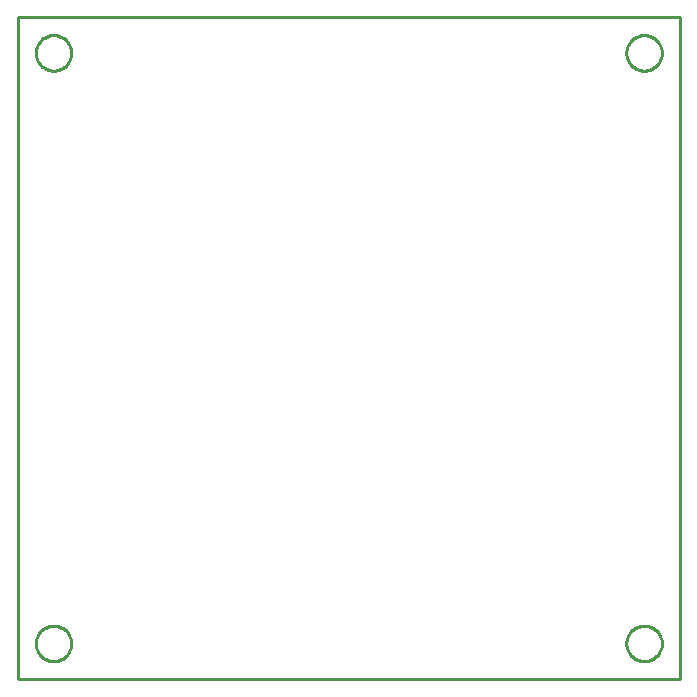
<source format=gbr>
G04 EAGLE Gerber RS-274X export*
G75*
%MOMM*%
%FSLAX34Y34*%
%LPD*%
%IN*%
%IPPOS*%
%AMOC8*
5,1,8,0,0,1.08239X$1,22.5*%
G01*
%ADD10C,0.254000*%


D10*
X0Y0D02*
X560000Y0D01*
X560000Y560000D01*
X0Y560000D01*
X0Y0D01*
X45000Y529464D02*
X44924Y528396D01*
X44771Y527335D01*
X44543Y526288D01*
X44241Y525260D01*
X43867Y524256D01*
X43422Y523281D01*
X42908Y522341D01*
X42329Y521440D01*
X41687Y520582D01*
X40985Y519772D01*
X40228Y519015D01*
X39418Y518313D01*
X38560Y517671D01*
X37659Y517092D01*
X36719Y516578D01*
X35744Y516133D01*
X34740Y515759D01*
X33712Y515457D01*
X32665Y515229D01*
X31604Y515076D01*
X30536Y515000D01*
X29464Y515000D01*
X28396Y515076D01*
X27335Y515229D01*
X26288Y515457D01*
X25260Y515759D01*
X24256Y516133D01*
X23281Y516578D01*
X22341Y517092D01*
X21440Y517671D01*
X20582Y518313D01*
X19772Y519015D01*
X19015Y519772D01*
X18313Y520582D01*
X17671Y521440D01*
X17092Y522341D01*
X16578Y523281D01*
X16133Y524256D01*
X15759Y525260D01*
X15457Y526288D01*
X15229Y527335D01*
X15076Y528396D01*
X15000Y529464D01*
X15000Y530536D01*
X15076Y531604D01*
X15229Y532665D01*
X15457Y533712D01*
X15759Y534740D01*
X16133Y535744D01*
X16578Y536719D01*
X17092Y537659D01*
X17671Y538560D01*
X18313Y539418D01*
X19015Y540228D01*
X19772Y540985D01*
X20582Y541687D01*
X21440Y542329D01*
X22341Y542908D01*
X23281Y543422D01*
X24256Y543867D01*
X25260Y544241D01*
X26288Y544543D01*
X27335Y544771D01*
X28396Y544924D01*
X29464Y545000D01*
X30536Y545000D01*
X31604Y544924D01*
X32665Y544771D01*
X33712Y544543D01*
X34740Y544241D01*
X35744Y543867D01*
X36719Y543422D01*
X37659Y542908D01*
X38560Y542329D01*
X39418Y541687D01*
X40228Y540985D01*
X40985Y540228D01*
X41687Y539418D01*
X42329Y538560D01*
X42908Y537659D01*
X43422Y536719D01*
X43867Y535744D01*
X44241Y534740D01*
X44543Y533712D01*
X44771Y532665D01*
X44924Y531604D01*
X45000Y530536D01*
X45000Y529464D01*
X545000Y529464D02*
X544924Y528396D01*
X544771Y527335D01*
X544543Y526288D01*
X544241Y525260D01*
X543867Y524256D01*
X543422Y523281D01*
X542908Y522341D01*
X542329Y521440D01*
X541687Y520582D01*
X540985Y519772D01*
X540228Y519015D01*
X539418Y518313D01*
X538560Y517671D01*
X537659Y517092D01*
X536719Y516578D01*
X535744Y516133D01*
X534740Y515759D01*
X533712Y515457D01*
X532665Y515229D01*
X531604Y515076D01*
X530536Y515000D01*
X529464Y515000D01*
X528396Y515076D01*
X527335Y515229D01*
X526288Y515457D01*
X525260Y515759D01*
X524256Y516133D01*
X523281Y516578D01*
X522341Y517092D01*
X521440Y517671D01*
X520582Y518313D01*
X519772Y519015D01*
X519015Y519772D01*
X518313Y520582D01*
X517671Y521440D01*
X517092Y522341D01*
X516578Y523281D01*
X516133Y524256D01*
X515759Y525260D01*
X515457Y526288D01*
X515229Y527335D01*
X515076Y528396D01*
X515000Y529464D01*
X515000Y530536D01*
X515076Y531604D01*
X515229Y532665D01*
X515457Y533712D01*
X515759Y534740D01*
X516133Y535744D01*
X516578Y536719D01*
X517092Y537659D01*
X517671Y538560D01*
X518313Y539418D01*
X519015Y540228D01*
X519772Y540985D01*
X520582Y541687D01*
X521440Y542329D01*
X522341Y542908D01*
X523281Y543422D01*
X524256Y543867D01*
X525260Y544241D01*
X526288Y544543D01*
X527335Y544771D01*
X528396Y544924D01*
X529464Y545000D01*
X530536Y545000D01*
X531604Y544924D01*
X532665Y544771D01*
X533712Y544543D01*
X534740Y544241D01*
X535744Y543867D01*
X536719Y543422D01*
X537659Y542908D01*
X538560Y542329D01*
X539418Y541687D01*
X540228Y540985D01*
X540985Y540228D01*
X541687Y539418D01*
X542329Y538560D01*
X542908Y537659D01*
X543422Y536719D01*
X543867Y535744D01*
X544241Y534740D01*
X544543Y533712D01*
X544771Y532665D01*
X544924Y531604D01*
X545000Y530536D01*
X545000Y529464D01*
X545000Y29464D02*
X544924Y28396D01*
X544771Y27335D01*
X544543Y26288D01*
X544241Y25260D01*
X543867Y24256D01*
X543422Y23281D01*
X542908Y22341D01*
X542329Y21440D01*
X541687Y20582D01*
X540985Y19772D01*
X540228Y19015D01*
X539418Y18313D01*
X538560Y17671D01*
X537659Y17092D01*
X536719Y16578D01*
X535744Y16133D01*
X534740Y15759D01*
X533712Y15457D01*
X532665Y15229D01*
X531604Y15076D01*
X530536Y15000D01*
X529464Y15000D01*
X528396Y15076D01*
X527335Y15229D01*
X526288Y15457D01*
X525260Y15759D01*
X524256Y16133D01*
X523281Y16578D01*
X522341Y17092D01*
X521440Y17671D01*
X520582Y18313D01*
X519772Y19015D01*
X519015Y19772D01*
X518313Y20582D01*
X517671Y21440D01*
X517092Y22341D01*
X516578Y23281D01*
X516133Y24256D01*
X515759Y25260D01*
X515457Y26288D01*
X515229Y27335D01*
X515076Y28396D01*
X515000Y29464D01*
X515000Y30536D01*
X515076Y31604D01*
X515229Y32665D01*
X515457Y33712D01*
X515759Y34740D01*
X516133Y35744D01*
X516578Y36719D01*
X517092Y37659D01*
X517671Y38560D01*
X518313Y39418D01*
X519015Y40228D01*
X519772Y40985D01*
X520582Y41687D01*
X521440Y42329D01*
X522341Y42908D01*
X523281Y43422D01*
X524256Y43867D01*
X525260Y44241D01*
X526288Y44543D01*
X527335Y44771D01*
X528396Y44924D01*
X529464Y45000D01*
X530536Y45000D01*
X531604Y44924D01*
X532665Y44771D01*
X533712Y44543D01*
X534740Y44241D01*
X535744Y43867D01*
X536719Y43422D01*
X537659Y42908D01*
X538560Y42329D01*
X539418Y41687D01*
X540228Y40985D01*
X540985Y40228D01*
X541687Y39418D01*
X542329Y38560D01*
X542908Y37659D01*
X543422Y36719D01*
X543867Y35744D01*
X544241Y34740D01*
X544543Y33712D01*
X544771Y32665D01*
X544924Y31604D01*
X545000Y30536D01*
X545000Y29464D01*
X45000Y29464D02*
X44924Y28396D01*
X44771Y27335D01*
X44543Y26288D01*
X44241Y25260D01*
X43867Y24256D01*
X43422Y23281D01*
X42908Y22341D01*
X42329Y21440D01*
X41687Y20582D01*
X40985Y19772D01*
X40228Y19015D01*
X39418Y18313D01*
X38560Y17671D01*
X37659Y17092D01*
X36719Y16578D01*
X35744Y16133D01*
X34740Y15759D01*
X33712Y15457D01*
X32665Y15229D01*
X31604Y15076D01*
X30536Y15000D01*
X29464Y15000D01*
X28396Y15076D01*
X27335Y15229D01*
X26288Y15457D01*
X25260Y15759D01*
X24256Y16133D01*
X23281Y16578D01*
X22341Y17092D01*
X21440Y17671D01*
X20582Y18313D01*
X19772Y19015D01*
X19015Y19772D01*
X18313Y20582D01*
X17671Y21440D01*
X17092Y22341D01*
X16578Y23281D01*
X16133Y24256D01*
X15759Y25260D01*
X15457Y26288D01*
X15229Y27335D01*
X15076Y28396D01*
X15000Y29464D01*
X15000Y30536D01*
X15076Y31604D01*
X15229Y32665D01*
X15457Y33712D01*
X15759Y34740D01*
X16133Y35744D01*
X16578Y36719D01*
X17092Y37659D01*
X17671Y38560D01*
X18313Y39418D01*
X19015Y40228D01*
X19772Y40985D01*
X20582Y41687D01*
X21440Y42329D01*
X22341Y42908D01*
X23281Y43422D01*
X24256Y43867D01*
X25260Y44241D01*
X26288Y44543D01*
X27335Y44771D01*
X28396Y44924D01*
X29464Y45000D01*
X30536Y45000D01*
X31604Y44924D01*
X32665Y44771D01*
X33712Y44543D01*
X34740Y44241D01*
X35744Y43867D01*
X36719Y43422D01*
X37659Y42908D01*
X38560Y42329D01*
X39418Y41687D01*
X40228Y40985D01*
X40985Y40228D01*
X41687Y39418D01*
X42329Y38560D01*
X42908Y37659D01*
X43422Y36719D01*
X43867Y35744D01*
X44241Y34740D01*
X44543Y33712D01*
X44771Y32665D01*
X44924Y31604D01*
X45000Y30536D01*
X45000Y29464D01*
M02*

</source>
